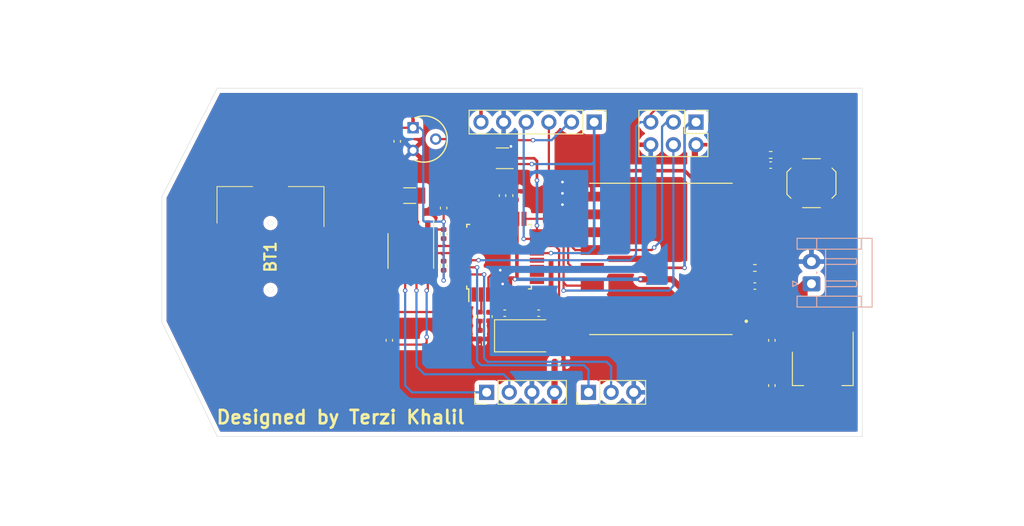
<source format=kicad_pcb>
(kicad_pcb (version 20171130) (host pcbnew "(5.1.10)-1")
  (layers (0 F.Cu signal) (31 B.Cu signal) (34 B.Paste user) (35 F.Paste user) (36 B.SilkS user) (37 F.SilkS user) (38 B.Mask user) (39 F.Mask user) (44 Edge.Cuts user))
  (net 0 "")
  (net 1 XTAL1)
  (net 2 XTAL2)
  (net 3 GND)
  (net 4 +3V3)
  (net 5 "Net-(C3-Pad1)")
  (net 6 +12V)
  (net 7 VBAT)
  (net 8 MISO)
  (net 9 SCK)
  (net 10 MOSI)
  (net 11 RESET)
  (net 12 SS)
  (net 13 SDA)
  (net 14 SCL)
  (net 15 "Net-(R4-Pad2)")
  (net 16 VOUT)
  (net 17 "Net-(U2-Pad2)")
  (net 18 "Net-(U2-Pad3)")
  (net 19 CE)
  (net 20 "Net-(D2-Pad2)")
  (net 21 TX)
  (net 22 RX)
  (net 23 "Net-(R5-Pad1)")
  (net 24 SS1)
  (net 25 MISO1)
  (module Capacitor_SMD:C_0402_1005Metric (layer F.Cu) (at 126.111 100.584 180)
    (fp_text reference C4)
    (fp_text value 22pF)
    (pad 2 smd roundrect (at 0.48 0 180) (size 0.56 0.62) (layers F.Cu F.Paste F.Mask) (net 3 GND))
    (pad 1 smd roundrect (at -0.48 0 180) (size 0.56 0.62) (layers F.Cu F.Paste F.Mask) (net 1 XTAL1))
  )
  (module Capacitor_SMD:C_0402_1005Metric (layer F.Cu) (at 129.921 100.584)
    (fp_text reference C5)
    (fp_text value 22pF)
    (pad 2 smd roundrect (at 0.48 0) (size 0.56 0.62) (layers F.Cu F.Paste F.Mask) (net 3 GND))
    (pad 1 smd roundrect (at -0.48 0) (size 0.56 0.62) (layers F.Cu F.Paste F.Mask) (net 2 XTAL2))
  )
  (module Package_TO_SOT_SMD:SOT-353_SC-70-5 (layer F.Cu) (at 125.857 83.185 180)
    (fp_text reference U6)
    (fp_text value 74AHC1G125)
    (pad 5 smd rect (at 0.95 -0.65 180) (size 0.65 0.4) (layers F.Cu F.Paste F.Mask))
    (pad 4 smd rect (at 0.95 0.65 180) (size 0.65 0.4) (layers F.Cu F.Paste F.Mask) (net 25 MISO1))
    (pad 2 smd rect (at -0.95 0 180) (size 0.65 0.4) (layers F.Cu F.Paste F.Mask) (net 8 MISO))
    (pad 3 smd rect (at -0.95 0.65 180) (size 0.65 0.4) (layers F.Cu F.Paste F.Mask) (net 3 GND))
    (pad 1 smd rect (at -0.95 -0.65 180) (size 0.65 0.4) (layers F.Cu F.Paste F.Mask) (net 24 SS1))
  )
  (module CR1220-2:CR12202 (layer F.Cu) (at 99.822 94.361 90)
    (fp_text reference BT1 (at 0.1 0 90) (layer F.SilkS) (effects (font (size 1.27 1.27) (thickness 0.254))))
    (fp_text value "coin cell" hide)
    (pad 1 smd rect (at -8 0 180) (size 2.3 4) (layers F.Cu F.Paste F.Mask) (net 7 VBAT))
    (pad 2 smd rect (at 8 0 180) (size 2.3 4.4) (layers F.Cu F.Paste F.Mask) (net 3 GND))
    (pad MH1 thru_hole circle (at -3.6 0 180) (size 0.6 0.6) (drill 1.2) (layers *.Cu *.Mask F.SilkS))
    (pad MH2 thru_hole circle (at 3.9 0 180) (size 0.6 0.6) (drill 1.2) (layers *.Cu *.Mask F.SilkS))
  )
  (module Resistor_SMD:R_0402_1005Metric (layer F.Cu) (at 123.317 100.965 270)
    (fp_text reference R5)
    (fp_text value 220)
    (pad 2 smd roundrect (at 0.51 0 270) (size 0.54 0.64) (layers F.Cu F.Paste F.Mask) (net 20 "Net-(D2-Pad2)"))
    (pad 1 smd roundrect (at -0.51 0 270) (size 0.54 0.64) (layers F.Cu F.Paste F.Mask) (net 23 "Net-(R5-Pad1)"))
  )
  (module Connector_PinHeader_2.54mm:PinHeader_1x03_P2.54mm_Vertical (layer F.Cu) (at 135.509 109.474 90)
    (fp_text reference J5)
    (fp_text value UART)
    (pad 3 thru_hole oval (at 0 5.08 90) (size 1.7 1.7) (drill 1) (layers *.Cu *.Mask) (net 3 GND))
    (pad 2 thru_hole oval (at 0 2.54 90) (size 1.7 1.7) (drill 1) (layers *.Cu *.Mask) (net 21 TX))
    (pad 1 thru_hole rect (at 0 0 90) (size 1.7 1.7) (drill 1) (layers *.Cu *.Mask) (net 22 RX))
  )
  (module LED_SMD:LED_0402_1005Metric (layer F.Cu) (at 123.317 102.997 90)
    (fp_text reference D2)
    (fp_text value LED)
    (pad 2 smd roundrect (at 0.485 0 90) (size 0.59 0.64) (layers F.Cu F.Paste F.Mask) (net 20 "Net-(D2-Pad2)"))
    (pad 1 smd roundrect (at -0.485 0 90) (size 0.59 0.64) (layers F.Cu F.Paste F.Mask) (net 3 GND))
  )
  (module Crystal:Crystal_SMD_5032-2Pin_5.0x3.2mm (layer F.Cu) (at 128.016 103.124)
    (fp_text reference 8MHZ1)
    (fp_text value Crystal)
    (pad 1 smd rect (at -1.85 0) (size 2 2.4) (layers F.Cu F.Paste F.Mask) (net 1 XTAL1))
    (pad 2 smd rect (at 1.85 0) (size 2 2.4) (layers F.Cu F.Paste F.Mask) (net 2 XTAL2))
  )
  (module Capacitor_SMD:C_0402_1005Metric (layer F.Cu) (at 132.207 106.045)
    (fp_text reference C1)
    (fp_text value 100nF)
    (pad 1 smd roundrect (at -0.48 0) (size 0.56 0.62) (layers F.Cu F.Paste F.Mask) (net 4 +3V3))
    (pad 2 smd roundrect (at 0.48 0) (size 0.56 0.62) (layers F.Cu F.Paste F.Mask) (net 3 GND))
  )
  (module Capacitor_SMD:C_0402_1005Metric (layer F.Cu) (at 119.253 88.773 270)
    (fp_text reference C2)
    (fp_text value 100nF)
    (pad 2 smd roundrect (at 0.48 0 270) (size 0.56 0.62) (layers F.Cu F.Paste F.Mask) (net 4 +3V3))
    (pad 1 smd roundrect (at -0.48 0 270) (size 0.56 0.62) (layers F.Cu F.Paste F.Mask) (net 3 GND))
  )
  (module Capacitor_SMD:C_0402_1005Metric (layer F.Cu) (at 125.857 87.376 90)
    (fp_text reference C3)
    (fp_text value 100nF)
    (pad 2 smd roundrect (at 0.48 0 90) (size 0.56 0.62) (layers F.Cu F.Paste F.Mask) (net 3 GND))
    (pad 1 smd roundrect (at -0.48 0 90) (size 0.56 0.62) (layers F.Cu F.Paste F.Mask) (net 5 "Net-(C3-Pad1)"))
  )
  (module Capacitor_SMD:C_0402_1005Metric (layer F.Cu) (at 156.083 103.632 90)
    (fp_text reference C6)
    (fp_text value 100nF)
    (pad 1 smd roundrect (at -0.48 0 90) (size 0.56 0.62) (layers F.Cu F.Paste F.Mask) (net 6 +12V))
    (pad 2 smd roundrect (at 0.48 0 90) (size 0.56 0.62) (layers F.Cu F.Paste F.Mask) (net 3 GND))
  )
  (module Capacitor_SMD:C_0402_1005Metric (layer F.Cu) (at 156.083 108.712 90)
    (fp_text reference C7)
    (fp_text value 47uF)
    (pad 1 smd roundrect (at -0.48 0 90) (size 0.56 0.62) (layers F.Cu F.Paste F.Mask) (net 4 +3V3))
    (pad 2 smd roundrect (at 0.48 0 90) (size 0.56 0.62) (layers F.Cu F.Paste F.Mask) (net 3 GND))
  )
  (module Capacitor_SMD:C_0402_1005Metric (layer F.Cu) (at 154.178 97.536)
    (fp_text reference C8)
    (fp_text value 100nF)
    (pad 2 smd roundrect (at 0.48 0) (size 0.56 0.62) (layers F.Cu F.Paste F.Mask) (net 3 GND))
    (pad 1 smd roundrect (at -0.48 0) (size 0.56 0.62) (layers F.Cu F.Paste F.Mask) (net 4 +3V3))
  )
  (module Capacitor_SMD:C_0402_1005Metric (layer F.Cu) (at 124.333 100.965 270)
    (fp_text reference C9)
    (fp_text value 100nF)
    (pad 1 smd roundrect (at -0.48 0 270) (size 0.56 0.62) (layers F.Cu F.Paste F.Mask) (net 4 +3V3))
    (pad 2 smd roundrect (at 0.48 0 270) (size 0.56 0.62) (layers F.Cu F.Paste F.Mask) (net 3 GND))
  )
  (module Capacitor_SMD:C_0402_1005Metric (layer F.Cu) (at 114.046 81.28 270)
    (fp_text reference C10)
    (fp_text value 100nF)
    (pad 2 smd roundrect (at 0.48 0 270) (size 0.56 0.62) (layers F.Cu F.Paste F.Mask) (net 3 GND))
    (pad 1 smd roundrect (at -0.48 0 270) (size 0.56 0.62) (layers F.Cu F.Paste F.Mask) (net 4 +3V3))
  )
  (module Capacitor_SMD:C_0402_1005Metric (layer F.Cu) (at 127.381 87.376 270)
    (fp_text reference C11)
    (fp_text value 100nF)
    (pad 1 smd roundrect (at -0.48 0 270) (size 0.56 0.62) (layers F.Cu F.Paste F.Mask) (net 3 GND))
    (pad 2 smd roundrect (at 0.48 0 270) (size 0.56 0.62) (layers F.Cu F.Paste F.Mask) (net 4 +3V3))
  )
  (module Capacitor_SMD:C_0402_1005Metric (layer F.Cu) (at 113.157 103.632 270)
    (fp_text reference C12)
    (fp_text value 100nF)
    (pad 2 smd roundrect (at 0.48 0 270) (size 0.56 0.62) (layers F.Cu F.Paste F.Mask) (net 7 VBAT))
    (pad 1 smd roundrect (at -0.48 0 270) (size 0.56 0.62) (layers F.Cu F.Paste F.Mask) (net 3 GND))
  )
  (module Capacitor_SMD:C_0402_1005Metric (layer F.Cu) (at 155.956 83.947)
    (fp_text reference C13)
    (fp_text value 100nF)
    (pad 2 smd roundrect (at 0.48 0) (size 0.56 0.62) (layers F.Cu F.Paste F.Mask) (net 3 GND))
    (pad 1 smd roundrect (at -0.48 0) (size 0.56 0.62) (layers F.Cu F.Paste F.Mask) (net 4 +3V3))
  )
  (module Connector_PinHeader_2.54mm:PinHeader_2x03_P2.54mm_Vertical (layer F.Cu) (at 147.574 79.121 270)
    (fp_text reference J1)
    (fp_text value AVR)
    (pad 1 thru_hole rect (at 0 0 270) (size 1.7 1.7) (drill 1) (layers *.Cu *.Mask) (net 8 MISO))
    (pad 2 thru_hole oval (at 2.54 0 270) (size 1.7 1.7) (drill 1) (layers *.Cu *.Mask) (net 4 +3V3))
    (pad 3 thru_hole oval (at 0 2.54 270) (size 1.7 1.7) (drill 1) (layers *.Cu *.Mask) (net 9 SCK))
    (pad 4 thru_hole oval (at 2.54 2.54 270) (size 1.7 1.7) (drill 1) (layers *.Cu *.Mask) (net 10 MOSI))
    (pad 5 thru_hole oval (at 0 5.08 270) (size 1.7 1.7) (drill 1) (layers *.Cu *.Mask) (net 11 RESET))
    (pad 6 thru_hole oval (at 2.54 5.08 270) (size 1.7 1.7) (drill 1) (layers *.Cu *.Mask) (net 3 GND))
  )
  (module Connector_PinHeader_2.54mm:PinHeader_1x06_P2.54mm_Vertical (layer F.Cu) (at 136.144 79.121 270)
    (fp_text reference J2)
    (fp_text value SPI)
    (pad 1 thru_hole rect (at 0 0 270) (size 1.7 1.7) (drill 1) (layers *.Cu *.Mask) (net 24 SS1))
    (pad 2 thru_hole oval (at 0 2.54 270) (size 1.7 1.7) (drill 1) (layers *.Cu *.Mask) (net 25 MISO1))
    (pad 3 thru_hole oval (at 0 5.08 270) (size 1.7 1.7) (drill 1) (layers *.Cu *.Mask) (net 9 SCK))
    (pad 4 thru_hole oval (at 0 7.62 270) (size 1.7 1.7) (drill 1) (layers *.Cu *.Mask) (net 10 MOSI))
    (pad 5 thru_hole oval (at 0 10.16 270) (size 1.7 1.7) (drill 1) (layers *.Cu *.Mask) (net 3 GND))
    (pad 6 thru_hole oval (at 0 12.7 270) (size 1.7 1.7) (drill 1) (layers *.Cu *.Mask) (net 4 +3V3))
  )
  (module Connector_PinHeader_2.54mm:PinHeader_1x04_P2.54mm_Vertical (layer F.Cu) (at 124.079 109.474 90)
    (fp_text reference J3)
    (fp_text value I2C)
    (pad 1 thru_hole rect (at 0 0 90) (size 1.7 1.7) (drill 1) (layers *.Cu *.Mask) (net 13 SDA))
    (pad 2 thru_hole oval (at 0 2.54 90) (size 1.7 1.7) (drill 1) (layers *.Cu *.Mask) (net 14 SCL))
    (pad 3 thru_hole oval (at 0 5.08 90) (size 1.7 1.7) (drill 1) (layers *.Cu *.Mask) (net 3 GND))
    (pad 4 thru_hole oval (at 0 7.62 90) (size 1.7 1.7) (drill 1) (layers *.Cu *.Mask) (net 4 +3V3))
  )
  (module Connector_JST:JST_EH_S2B-EH_1x02_P2.50mm_Horizontal (layer B.Cu) (at 160.528 97.282 90)
    (fp_text reference J4)
    (fp_text value Conn_01x02_Male)
    (pad 1 thru_hole roundrect (at 0 0 90) (size 1.7 2) (drill 1) (layers *.Cu *.Mask) (roundrect_rratio 0.1470588235294118) (net 6 +12V))
    (pad 2 thru_hole oval (at 2.5 0 90) (size 1.7 2) (drill 1) (layers *.Cu *.Mask) (net 3 GND))
  )
  (module Resistor_SMD:R_0402_1005Metric (layer F.Cu) (at 155.956 82.804)
    (fp_text reference R1)
    (fp_text value 10K)
    (pad 2 smd roundrect (at 0.51 0) (size 0.54 0.64) (layers F.Cu F.Paste F.Mask) (net 11 RESET))
    (pad 1 smd roundrect (at -0.51 0) (size 0.54 0.64) (layers F.Cu F.Paste F.Mask) (net 4 +3V3))
  )
  (module Resistor_SMD:R_0402_1005Metric (layer F.Cu) (at 119.253 95.25 270)
    (fp_text reference R2)
    (fp_text value 4.7k)
    (pad 1 smd roundrect (at -0.51 0 270) (size 0.54 0.64) (layers F.Cu F.Paste F.Mask) (net 14 SCL))
    (pad 2 smd roundrect (at 0.51 0 270) (size 0.54 0.64) (layers F.Cu F.Paste F.Mask) (net 4 +3V3))
  )
  (module Resistor_SMD:R_0402_1005Metric (layer F.Cu) (at 119.253 91.694 90)
    (fp_text reference R3)
    (fp_text value 4.7k)
    (pad 2 smd roundrect (at 0.51 0 90) (size 0.54 0.64) (layers F.Cu F.Paste F.Mask) (net 4 +3V3))
    (pad 1 smd roundrect (at -0.51 0 90) (size 0.54 0.64) (layers F.Cu F.Paste F.Mask) (net 13 SDA))
  )
  (module Resistor_SMD:R_0402_1005Metric (layer F.Cu) (at 154.178 95.504 180)
    (fp_text reference R4)
    (fp_text value 1k)
    (pad 1 smd roundrect (at -0.51 0 180) (size 0.54 0.64) (layers F.Cu F.Paste F.Mask) (net 3 GND))
    (pad 2 smd roundrect (at 0.51 0 180) (size 0.54 0.64) (layers F.Cu F.Paste F.Mask) (net 15 "Net-(R4-Pad2)"))
  )
  (module Button_Switch_SMD:SW_SPST_TL3342 (layer F.Cu) (at 160.528 85.979 90)
    (fp_text reference SW1)
    (fp_text value SW_Push_Dual_x2)
    (pad 1 smd rect (at -3.15 -1.9 90) (size 1.7 1) (layers F.Cu F.Paste F.Mask) (net 11 RESET))
    (pad 1 smd rect (at 3.15 -1.9 90) (size 1.7 1) (layers F.Cu F.Paste F.Mask) (net 11 RESET))
    (pad 2 smd rect (at -3.15 1.9 90) (size 1.7 1) (layers F.Cu F.Paste F.Mask) (net 3 GND))
    (pad 2 smd rect (at 3.15 1.9 90) (size 1.7 1) (layers F.Cu F.Paste F.Mask) (net 3 GND))
  )
  (module footprint2:TO127P254X533-3P (layer F.Cu) (at 118.364 82.296 270)
    (fp_text reference U1)
    (fp_text value TMP35GT9Z)
    (pad 1 thru_hole rect (at -2.54 2.54 270) (size 1.27 1.27) (drill 0.762) (layers *.Cu *.Mask) (net 4 +3V3))
    (pad 2 thru_hole circle (at -1.27 0 270) (size 1.27 1.27) (drill 0.762) (layers *.Cu *.Mask) (net 16 VOUT))
    (pad 3 thru_hole circle (at 0 2.54 270) (size 1.27 1.27) (drill 0.762) (layers *.Cu *.Mask) (net 3 GND))
  )
  (module Package_SO:SOIC-8_3.9x4.9mm_P1.27mm (layer F.Cu) (at 115.57 93.599 270)
    (fp_text reference U2)
    (fp_text value DS1302Z+)
    (pad 1 smd roundrect (at -2.475 -1.905 270) (size 1.95 0.6) (layers F.Cu F.Paste F.Mask) (net 4 +3V3))
    (pad 2 smd roundrect (at -2.475 -0.635 270) (size 1.95 0.6) (layers F.Cu F.Paste F.Mask) (net 17 "Net-(U2-Pad2)"))
    (pad 3 smd roundrect (at -2.475 0.635 270) (size 1.95 0.6) (layers F.Cu F.Paste F.Mask) (net 18 "Net-(U2-Pad3)"))
    (pad 4 smd roundrect (at -2.475 1.905 270) (size 1.95 0.6) (layers F.Cu F.Paste F.Mask) (net 3 GND))
    (pad 5 smd roundrect (at 2.475 1.905 270) (size 1.95 0.6) (layers F.Cu F.Paste F.Mask) (net 19 CE))
    (pad 6 smd roundrect (at 2.475 0.635 270) (size 1.95 0.6) (layers F.Cu F.Paste F.Mask) (net 13 SDA))
    (pad 7 smd roundrect (at 2.475 -0.635 270) (size 1.95 0.6) (layers F.Cu F.Paste F.Mask) (net 14 SCL))
    (pad 8 smd roundrect (at 2.475 -1.905 270) (size 1.95 0.6) (layers F.Cu F.Paste F.Mask) (net 7 VBAT))
  )
  (module footprint:MODULE_RA-02_LORA (layer F.Cu) (at 143.637 94.488 180)
    (fp_text reference U3)
    (fp_text value RA-02_LORA)
    (pad 1 smd rect (at -7.6 -7 180) (size 2.8 1.1) (layers F.Cu F.Paste F.Mask) (net 3 GND))
    (pad 2 smd rect (at -7.7 -5 180) (size 2.6 1.1) (layers F.Cu F.Paste F.Mask) (net 3 GND))
    (pad 3 smd rect (at -7.7 -3 180) (size 2.6 1.1) (layers F.Cu F.Paste F.Mask) (net 4 +3V3))
    (pad 4 smd rect (at -7.7 -1 180) (size 2.6 1.1) (layers F.Cu F.Paste F.Mask) (net 15 "Net-(R4-Pad2)"))
    (pad 5 smd rect (at -7.7 1 180) (size 2.6 1.1) (layers F.Cu F.Paste F.Mask))
    (pad 6 smd rect (at -7.7 3 180) (size 2.6 1.1) (layers F.Cu F.Paste F.Mask))
    (pad 7 smd rect (at -7.7 5 180) (size 2.6 1.1) (layers F.Cu F.Paste F.Mask))
    (pad 8 smd rect (at -7.7 7 180) (size 2.6 1.1) (layers F.Cu F.Paste F.Mask))
    (pad 9 smd rect (at 7.7 7 180) (size 2.6 1.1) (layers F.Cu F.Paste F.Mask) (net 3 GND))
    (pad 10 smd rect (at 7.7 5 180) (size 2.6 1.1) (layers F.Cu F.Paste F.Mask))
    (pad 11 smd rect (at 7.7 3 180) (size 2.6 1.1) (layers F.Cu F.Paste F.Mask))
    (pad 12 smd rect (at 7.7 1 180) (size 2.6 1.1) (layers F.Cu F.Paste F.Mask) (net 9 SCK))
    (pad 13 smd rect (at 7.7 -1 180) (size 2.6 1.1) (layers F.Cu F.Paste F.Mask) (net 8 MISO))
    (pad 14 smd rect (at 7.7 -3 180) (size 2.6 1.1) (layers F.Cu F.Paste F.Mask) (net 10 MOSI))
    (pad 15 smd rect (at 7.7 -5 180) (size 2.6 1.1) (layers F.Cu F.Paste F.Mask) (net 12 SS))
    (pad 16 smd rect (at 7.7 -7 180) (size 2.6 1.1) (layers F.Cu F.Paste F.Mask) (net 3 GND))
  )
  (module Package_TO_SOT_SMD:SOT-223-3_TabPin2 (layer F.Cu) (at 161.798 106.807 270)
    (fp_text reference U4)
    (fp_text value AMS1117-3.3)
    (pad 2 smd rect (at 3.15 0 270) (size 2 3.8) (layers F.Cu F.Paste F.Mask) (net 4 +3V3))
    (pad 2 smd rect (at -3.15 0 270) (size 2 1.5) (layers F.Cu F.Paste F.Mask) (net 4 +3V3))
    (pad 3 smd rect (at -3.15 2.3 270) (size 2 1.5) (layers F.Cu F.Paste F.Mask) (net 6 +12V))
    (pad 1 smd rect (at -3.15 -2.3 270) (size 2 1.5) (layers F.Cu F.Paste F.Mask) (net 3 GND))
  )
  (module Package_QFP:TQFP-32_7x7mm_P0.8mm (layer F.Cu) (at 125.476 94.234 90)
    (fp_text reference U5)
    (fp_text value ATmega328P-AU)
    (pad 1 smd rect (at -4.25 -2.8 90) (size 1.6 0.55) (layers F.Cu F.Paste F.Mask))
    (pad 2 smd rect (at -4.25 -2 90) (size 1.6 0.55) (layers F.Cu F.Paste F.Mask) (net 23 "Net-(R5-Pad1)"))
    (pad 3 smd rect (at -4.25 -1.2 90) (size 1.6 0.55) (layers F.Cu F.Paste F.Mask) (net 3 GND))
    (pad 4 smd rect (at -4.25 -0.4 90) (size 1.6 0.55) (layers F.Cu F.Paste F.Mask) (net 4 +3V3))
    (pad 5 smd rect (at -4.25 0.4 90) (size 1.6 0.55) (layers F.Cu F.Paste F.Mask) (net 3 GND))
    (pad 6 smd rect (at -4.25 1.2 90) (size 1.6 0.55) (layers F.Cu F.Paste F.Mask) (net 4 +3V3))
    (pad 7 smd rect (at -4.25 2 90) (size 1.6 0.55) (layers F.Cu F.Paste F.Mask) (net 1 XTAL1))
    (pad 8 smd rect (at -4.25 2.8 90) (size 1.6 0.55) (layers F.Cu F.Paste F.Mask) (net 2 XTAL2))
    (pad 9 smd rect (at -2.8 4.25 180) (size 1.6 0.55) (layers F.Cu F.Paste F.Mask))
    (pad 10 smd rect (at -2 4.25 180) (size 1.6 0.55) (layers F.Cu F.Paste F.Mask))
    (pad 11 smd rect (at -1.2 4.25 180) (size 1.6 0.55) (layers F.Cu F.Paste F.Mask))
    (pad 12 smd rect (at -0.4 4.25 180) (size 1.6 0.55) (layers F.Cu F.Paste F.Mask))
    (pad 13 smd rect (at 0.4 4.25 180) (size 1.6 0.55) (layers F.Cu F.Paste F.Mask) (net 24 SS1))
    (pad 14 smd rect (at 1.2 4.25 180) (size 1.6 0.55) (layers F.Cu F.Paste F.Mask) (net 12 SS))
    (pad 15 smd rect (at 2 4.25 180) (size 1.6 0.55) (layers F.Cu F.Paste F.Mask) (net 10 MOSI))
    (pad 16 smd rect (at 2.8 4.25 180) (size 1.6 0.55) (layers F.Cu F.Paste F.Mask) (net 8 MISO))
    (pad 17 smd rect (at 4.25 2.8 90) (size 1.6 0.55) (layers F.Cu F.Paste F.Mask) (net 9 SCK))
    (pad 18 smd rect (at 4.25 2 90) (size 1.6 0.55) (layers F.Cu F.Paste F.Mask) (net 4 +3V3))
    (pad 19 smd rect (at 4.25 1.2 90) (size 1.6 0.55) (layers F.Cu F.Paste F.Mask))
    (pad 20 smd rect (at 4.25 0.4 90) (size 1.6 0.55) (layers F.Cu F.Paste F.Mask) (net 5 "Net-(C3-Pad1)"))
    (pad 21 smd rect (at 4.25 -0.4 90) (size 1.6 0.55) (layers F.Cu F.Paste F.Mask) (net 3 GND))
    (pad 22 smd rect (at 4.25 -1.2 90) (size 1.6 0.55) (layers F.Cu F.Paste F.Mask))
    (pad 23 smd rect (at 4.25 -2 90) (size 1.6 0.55) (layers F.Cu F.Paste F.Mask) (net 16 VOUT))
    (pad 24 smd rect (at 4.25 -2.8 90) (size 1.6 0.55) (layers F.Cu F.Paste F.Mask))
    (pad 25 smd rect (at 2.8 -4.25 180) (size 1.6 0.55) (layers F.Cu F.Paste F.Mask))
    (pad 26 smd rect (at 2 -4.25 180) (size 1.6 0.55) (layers F.Cu F.Paste F.Mask))
    (pad 27 smd rect (at 1.2 -4.25 180) (size 1.6 0.55) (layers F.Cu F.Paste F.Mask) (net 13 SDA))
    (pad 28 smd rect (at 0.4 -4.25 180) (size 1.6 0.55) (layers F.Cu F.Paste F.Mask) (net 14 SCL))
    (pad 29 smd rect (at -0.4 -4.25 180) (size 1.6 0.55) (layers F.Cu F.Paste F.Mask) (net 11 RESET))
    (pad 30 smd rect (at -1.2 -4.25 180) (size 1.6 0.55) (layers F.Cu F.Paste F.Mask) (net 22 RX))
    (pad 31 smd rect (at -2 -4.25 180) (size 1.6 0.55) (layers F.Cu F.Paste F.Mask) (net 21 TX))
    (pad 32 smd rect (at -2.8 -4.25 180) (size 1.6 0.55) (layers F.Cu F.Paste F.Mask) (net 19 CE))
  )
  (module Crystal:Crystal_SMD_3215-2Pin_3.2x1.5mm (layer F.Cu) (at 115.443 87.376 180)
    (fp_text reference Y1)
    (fp_text value 32.768kHZ)
    (pad 1 smd rect (at 1.25 0 180) (size 1 1.8) (layers F.Cu F.Paste F.Mask) (net 18 "Net-(U2-Pad3)"))
    (pad 2 smd rect (at -1.25 0 180) (size 1 1.8) (layers F.Cu F.Paste F.Mask) (net 17 "Net-(U2-Pad2)"))
  )
  (gr_text "Designed by Terzi Khalil" (at 107.696 112.268) (layer F.SilkS) (effects (font (size 1.5 1.5) (thickness 0.3))))
  (gr_line (start 166.243 75.311) (end 166.243 114.427) (layer Edge.Cuts) (width 0.05))
  (gr_line (start 93.853 75.311) (end 166.243 75.311) (layer Edge.Cuts) (width 0.05))
  (gr_line (start 87.63 87.503) (end 93.853 75.311) (layer Edge.Cuts) (width 0.05))
  (gr_line (start 87.63 101.6) (end 87.63 87.503) (layer Edge.Cuts) (width 0.05))
  (gr_line (start 93.853 114.427) (end 87.63 101.6) (layer Edge.Cuts) (width 0.05))
  (gr_line (start 166.243 114.427) (end 93.853 114.427) (layer Edge.Cuts) (width 0.05))
  (segment (start 126.431 102.859) (end 126.431 100.584) (width 0.25) (layer F.Cu) (net 1))
  (segment (start 126.166 103.124) (end 126.431 102.859) (width 0.25) (layer F.Cu) (net 1))
  (segment (start 126.431 100.584) (end 127.127 100.584) (width 0.25) (layer F.Cu) (net 1))
  (segment (start 127.476 100.235) (end 127.476 98.484) (width 0.25) (layer F.Cu) (net 1))
  (segment (start 127.127 100.584) (end 127.476 100.235) (width 0.25) (layer F.Cu) (net 1))
  (segment (start 129.601 102.859) (end 129.601 100.584) (width 0.25) (layer F.Cu) (net 2))
  (segment (start 129.866 103.124) (end 129.601 102.859) (width 0.25) (layer F.Cu) (net 2))
  (segment (start 129.601 100.584) (end 128.651 100.584) (width 0.25) (layer F.Cu) (net 2))
  (segment (start 128.276 100.209) (end 128.276 98.484) (width 0.25) (layer F.Cu) (net 2))
  (segment (start 128.651 100.584) (end 128.276 100.209) (width 0.25) (layer F.Cu) (net 2))
  (segment (start 140.589 109.347) (end 140.589 109.474) (width 0.7) (layer F.Cu) (net 3))
  (segment (start 125.984 79.375) (end 125.984 79.121) (width 0.7) (layer F.Cu) (net 3))
  (segment (start 129.159 109.601) (end 129.159 109.474) (width 0.7) (layer F.Cu) (net 3))
  (segment (start 151.237 101.366) (end 151.237 101.488) (width 0.7) (layer F.Cu) (net 3))
  (segment (start 140.97 109.474) (end 140.589 109.474) (width 0.7) (layer F.Cu) (net 3))
  (segment (start 125.076 89.984) (end 125.076 88.5) (width 0.25) (layer F.Cu) (net 3))
  (segment (start 125.076 88.5) (end 124.841 88.265) (width 0.25) (layer F.Cu) (net 3))
  (segment (start 124.841 88.265) (end 124.714 88.138) (width 0.25) (layer F.Cu) (net 3))
  (segment (start 124.714 88.138) (end 124.714 87.63) (width 0.25) (layer F.Cu) (net 3))
  (segment (start 125.876 100.499) (end 125.791 100.584) (width 0.25) (layer F.Cu) (net 3))
  (segment (start 125.876 98.484) (end 125.876 100.499) (width 0.25) (layer F.Cu) (net 3))
  (segment (start 125.876 98.484) (end 125.876 97.301) (width 0.25) (layer F.Cu) (net 3))
  (segment (start 125.876 97.301) (end 125.876 97.301) (width 0.25) (layer F.Cu) (net 3))
  (via (at 125.876 97.301) (size 0.5) (drill 0.3) (layers F.Cu B.Cu) (net 3))
  (segment (start 124.276 98.484) (end 124.276 96.577) (width 0.25) (layer F.Cu) (net 3))
  (segment (start 124.276 96.577) (end 125.095 95.758) (width 0.25) (layer F.Cu) (net 3))
  (segment (start 125.095 95.758) (end 125.603 95.758) (width 0.25) (layer F.Cu) (net 3))
  (segment (start 125.603 95.758) (end 125.603 95.758) (width 0.25) (layer F.Cu) (net 3))
  (via (at 125.603 95.758) (size 0.5) (drill 0.3) (layers F.Cu B.Cu) (net 3))
  (segment (start 124.333 101.445) (end 125.504 101.445) (width 0.25) (layer F.Cu) (net 3))
  (segment (start 125.791 101.158) (end 125.791 100.584) (width 0.25) (layer F.Cu) (net 3))
  (segment (start 125.504 101.445) (end 125.791 101.158) (width 0.25) (layer F.Cu) (net 3))
  (segment (start 125.791 100.584) (end 125.791 100.904) (width 0.25) (layer F.Cu) (net 3))
  (segment (start 130.241 100.584) (end 130.241 99.761) (width 0.25) (layer F.Cu) (net 3))
  (segment (start 130.241 99.761) (end 130.302 99.7) (width 0.25) (layer F.Cu) (net 3))
  (segment (start 126.807 82.535) (end 126.807 81.849) (width 0.3) (layer F.Cu) (net 3))
  (segment (start 126.807 81.849) (end 126.807 81.849) (width 0.3) (layer F.Cu) (net 3))
  (via (at 126.807 81.849) (size 0.5) (drill 0.3) (layers F.Cu B.Cu) (net 3))
  (segment (start 125.076 89.984) (end 125.076 91.802) (width 0.3) (layer F.Cu) (net 3))
  (segment (start 125.076 91.802) (end 125.222 91.948) (width 0.3) (layer F.Cu) (net 3))
  (via (at 132.588 85.852) (size 0.5) (drill 0.3) (layers F.Cu B.Cu) (net 3))
  (via (at 132.588 87.122) (size 0.5) (drill 0.3) (layers F.Cu B.Cu) (net 3))
  (via (at 132.588 88.392) (size 0.5) (drill 0.3) (layers F.Cu B.Cu) (net 3))
  (segment (start 117.535 91.184) (end 117.475 91.124) (width 0.25) (layer F.Cu) (net 4))
  (segment (start 119.253 91.184) (end 117.535 91.184) (width 0.25) (layer F.Cu) (net 4))
  (segment (start 119.253 95.76) (end 119.253 96.901) (width 0.25) (layer F.Cu) (net 4))
  (segment (start 119.253 96.901) (end 119.253 96.901) (width 0.25) (layer F.Cu) (net 4))
  (via (at 119.253 96.901) (size 0.5) (drill 0.3) (layers F.Cu B.Cu) (net 4))
  (segment (start 119.253 96.901) (end 119.253 90.551) (width 0.25) (layer B.Cu) (net 4))
  (segment (start 119.253 90.551) (end 119.253 90.297) (width 0.25) (layer B.Cu) (net 4))
  (segment (start 119.253 90.297) (end 119.253 90.297) (width 0.25) (layer B.Cu) (net 4))
  (via (at 119.253 90.297) (size 0.5) (drill 0.3) (layers F.Cu B.Cu) (net 4))
  (segment (start 119.253 90.297) (end 119.253 91.184) (width 0.25) (layer F.Cu) (net 4))
  (segment (start 124.333 100.485) (end 124.94 100.485) (width 0.25) (layer F.Cu) (net 4))
  (segment (start 125.076 100.349) (end 125.076 98.484) (width 0.25) (layer F.Cu) (net 4))
  (segment (start 126.676 98.484) (end 126.676 96.831) (width 0.25) (layer F.Cu) (net 4))
  (segment (start 126.676 96.831) (end 126.492 96.647) (width 0.25) (layer F.Cu) (net 4))
  (segment (start 155.476 82.834) (end 155.446 82.804) (width 0.25) (layer F.Cu) (net 4))
  (segment (start 155.476 83.947) (end 155.476 82.834) (width 0.25) (layer F.Cu) (net 4))
  (segment (start 127.476 87.951) (end 127.381 87.856) (width 0.25) (layer F.Cu) (net 4))
  (segment (start 127.476 89.984) (end 127.476 87.951) (width 0.25) (layer F.Cu) (net 4))
  (segment (start 153.65 97.488) (end 153.698 97.536) (width 0.25) (layer F.Cu) (net 4))
  (segment (start 151.337 97.488) (end 153.65 97.488) (width 0.25) (layer F.Cu) (net 4))
  (segment (start 119.253 89.253) (end 119.253 90.297) (width 0.25) (layer F.Cu) (net 4))
  (segment (start 114.046 80.8) (end 114.046 79.883) (width 0.25) (layer F.Cu) (net 4))
  (segment (start 114.173 79.756) (end 115.824 79.756) (width 0.25) (layer F.Cu) (net 4))
  (segment (start 114.046 79.883) (end 114.173 79.756) (width 0.25) (layer F.Cu) (net 4))
  (segment (start 131.572 109.347) (end 131.699 109.474) (width 0.7) (layer F.Cu) (net 4))
  (segment (start 123.444 78.994) (end 123.444 79.121) (width 0.7) (layer F.Cu) (net 4))
  (segment (start 147.701 81.661) (end 147.574 81.661) (width 0.7) (layer F.Cu) (net 4))
  (segment (start 161.798 109.957) (end 161.798 109.347) (width 0.7) (layer F.Cu) (net 4))
  (segment (start 161.798 106.426) (end 161.798 103.657) (width 0.9) (layer F.Cu) (net 4))
  (segment (start 161.798 109.347) (end 161.798 106.426) (width 0.9) (layer F.Cu) (net 4))
  (segment (start 131.699 109.474) (end 131.699 106.073) (width 0.7) (layer F.Cu) (net 4))
  (segment (start 131.727 106.045) (end 131.699 106.073) (width 0.7) (layer F.Cu) (net 4))
  (segment (start 161.798 109.957) (end 161.798 112.268) (width 0.7) (layer F.Cu) (net 4))
  (segment (start 161.798 112.268) (end 161.29 112.776) (width 0.7) (layer F.Cu) (net 4))
  (segment (start 131.699 112.395) (end 131.699 109.474) (width 0.7) (layer F.Cu) (net 4))
  (segment (start 132.08 112.776) (end 131.699 112.395) (width 0.7) (layer F.Cu) (net 4))
  (segment (start 150.749 112.776) (end 148.209 112.776) (width 0.7) (layer F.Cu) (net 4))
  (segment (start 161.29 112.776) (end 150.749 112.776) (width 0.7) (layer F.Cu) (net 4))
  (segment (start 150.749 112.776) (end 132.08 112.776) (width 0.7) (layer F.Cu) (net 4))
  (segment (start 148.209 112.776) (end 147.447 112.014) (width 0.7) (layer F.Cu) (net 4))
  (segment (start 148.542 97.488) (end 147.447 96.393) (width 0.7) (layer F.Cu) (net 4))
  (segment (start 151.337 97.488) (end 148.542 97.488) (width 0.7) (layer F.Cu) (net 4))
  (segment (start 161.033 109.192) (end 161.798 109.957) (width 0.7) (layer F.Cu) (net 4))
  (segment (start 156.083 109.192) (end 161.033 109.192) (width 0.7) (layer F.Cu) (net 4))
  (segment (start 147.447 99.06) (end 147.193 99.06) (width 0.7) (layer F.Cu) (net 4))
  (segment (start 147.447 112.014) (end 147.447 99.06) (width 0.7) (layer F.Cu) (net 4))
  (segment (start 147.447 99.06) (end 147.447 96.393) (width 0.7) (layer F.Cu) (net 4))
  (segment (start 147.193 99.06) (end 144.907 96.774) (width 0.7) (layer F.Cu) (net 4))
  (segment (start 144.907 96.774) (end 141.351 96.774) (width 0.7) (layer F.Cu) (net 4))
  (segment (start 141.351 96.774) (end 141.351 96.774) (width 0.7) (layer F.Cu) (net 4))
  (via (at 141.351 96.774) (size 0.5) (drill 0.3) (layers F.Cu B.Cu) (net 4))
  (segment (start 141.351 96.774) (end 127.254 96.774) (width 0.4) (layer B.Cu) (net 4))
  (segment (start 127.254 96.774) (end 127.254 96.774) (width 0.4) (layer B.Cu) (net 4))
  (via (at 127.254 96.774) (size 0.5) (drill 0.3) (layers F.Cu B.Cu) (net 4))
  (segment (start 127.127 96.647) (end 127.254 96.774) (width 0.4) (layer F.Cu) (net 4))
  (segment (start 125.984 96.647) (end 125.222 96.647) (width 0.25) (layer F.Cu) (net 4))
  (segment (start 126.238 96.647) (end 125.222 96.647) (width 0.4) (layer F.Cu) (net 4))
  (segment (start 126.492 96.647) (end 126.238 96.647) (width 0.25) (layer F.Cu) (net 4))
  (segment (start 126.238 96.647) (end 125.984 96.647) (width 0.25) (layer F.Cu) (net 4))
  (segment (start 125.222 96.647) (end 125.076 96.793) (width 0.4) (layer F.Cu) (net 4))
  (segment (start 125.076 96.793) (end 125.076 98.484) (width 0.4) (layer F.Cu) (net 4))
  (segment (start 126.746 96.647) (end 126.746 98.414) (width 0.4) (layer F.Cu) (net 4))
  (segment (start 126.746 98.414) (end 126.676 98.484) (width 0.4) (layer F.Cu) (net 4))
  (segment (start 125.984 96.647) (end 126.746 96.647) (width 0.4) (layer F.Cu) (net 4))
  (segment (start 126.746 96.647) (end 127.127 96.647) (width 0.4) (layer F.Cu) (net 4))
  (segment (start 127.476 96.552) (end 127.254 96.774) (width 0.4) (layer F.Cu) (net 4))
  (segment (start 127.476 89.984) (end 127.476 96.552) (width 0.4) (layer F.Cu) (net 4))
  (segment (start 147.574 81.661) (end 154.94 81.661) (width 0.4) (layer F.Cu) (net 4))
  (segment (start 155.446 82.167) (end 155.446 82.804) (width 0.4) (layer F.Cu) (net 4))
  (segment (start 154.94 81.661) (end 155.446 82.167) (width 0.4) (layer F.Cu) (net 4))
  (segment (start 147.574 81.661) (end 147.447 81.788) (width 0.4) (layer F.Cu) (net 4))
  (segment (start 147.447 86.741) (end 147.447 85.725) (width 0.4) (layer F.Cu) (net 4))
  (segment (start 147.447 96.393) (end 147.447 86.741) (width 0.7) (layer F.Cu) (net 4))
  (segment (start 147.447 86.741) (end 147.447 81.788) (width 0.7) (layer F.Cu) (net 4))
  (segment (start 147.447 85.725) (end 146.304 84.582) (width 0.4) (layer F.Cu) (net 4))
  (segment (start 146.304 84.582) (end 139.7 84.582) (width 0.4) (layer F.Cu) (net 4))
  (segment (start 139.7 84.582) (end 139.192 84.074) (width 0.4) (layer F.Cu) (net 4))
  (segment (start 139.192 84.074) (end 139.192 77.343) (width 0.4) (layer F.Cu) (net 4))
  (segment (start 139.192 77.343) (end 138.684 76.835) (width 0.4) (layer F.Cu) (net 4))
  (segment (start 123.444 77.343) (end 123.444 79.121) (width 0.4) (layer F.Cu) (net 4))
  (segment (start 123.952 76.835) (end 123.444 77.343) (width 0.4) (layer F.Cu) (net 4))
  (segment (start 124.333 76.835) (end 116.459 76.835) (width 0.4) (layer F.Cu) (net 4))
  (segment (start 138.684 76.835) (end 124.333 76.835) (width 0.4) (layer F.Cu) (net 4))
  (segment (start 124.333 76.835) (end 123.952 76.835) (width 0.4) (layer F.Cu) (net 4))
  (segment (start 115.824 77.47) (end 115.824 79.756) (width 0.4) (layer F.Cu) (net 4))
  (segment (start 116.459 76.835) (end 115.824 77.47) (width 0.4) (layer F.Cu) (net 4))
  (segment (start 119.253 90.297) (end 117.094 90.297) (width 0.25) (layer B.Cu) (net 4))
  (segment (start 117.094 90.297) (end 116.967 90.17) (width 0.25) (layer B.Cu) (net 4))
  (segment (start 116.967 90.17) (end 116.967 80.137) (width 0.25) (layer B.Cu) (net 4))
  (segment (start 116.586 79.756) (end 115.824 79.756) (width 0.25) (layer B.Cu) (net 4))
  (segment (start 116.967 80.137) (end 116.586 79.756) (width 0.25) (layer B.Cu) (net 4))
  (segment (start 124.94 100.485) (end 125.076 100.349) (width 0.25) (layer F.Cu) (net 4))
  (segment (start 125.876 87.875) (end 125.857 87.856) (width 0.25) (layer F.Cu) (net 5))
  (segment (start 125.876 89.984) (end 125.876 87.875) (width 0.25) (layer F.Cu) (net 5))
  (segment (start 160.528 97.282) (end 160.02 97.282) (width 1.2) (layer F.Cu) (net 6))
  (segment (start 159.498 97.804) (end 159.498 103.657) (width 1.2) (layer F.Cu) (net 6))
  (segment (start 160.02 97.282) (end 159.498 97.804) (width 1.2) (layer F.Cu) (net 6))
  (segment (start 159.043 104.112) (end 159.498 103.657) (width 0.7) (layer F.Cu) (net 6))
  (segment (start 156.083 104.112) (end 159.043 104.112) (width 0.7) (layer F.Cu) (net 6))
  (segment (start 113.191 104.146) (end 113.157 104.112) (width 0.4) (layer F.Cu) (net 7))
  (segment (start 113.157 104.112) (end 117.122 104.112) (width 0.25) (layer F.Cu) (net 7))
  (segment (start 117.122 104.112) (end 117.348 103.886) (width 0.25) (layer F.Cu) (net 7))
  (segment (start 117.348 103.886) (end 117.348 103.251) (width 0.25) (layer F.Cu) (net 7))
  (segment (start 117.348 103.251) (end 117.348 103.251) (width 0.25) (layer F.Cu) (net 7))
  (via (at 117.348 103.251) (size 0.5) (drill 0.3) (layers F.Cu B.Cu) (net 7))
  (segment (start 117.348 103.251) (end 117.348 98.044) (width 0.25) (layer B.Cu) (net 7))
  (segment (start 117.348 98.044) (end 117.348 98.044) (width 0.25) (layer B.Cu) (net 7))
  (via (at 117.348 98.044) (size 0.5) (drill 0.3) (layers F.Cu B.Cu) (net 7))
  (segment (start 117.475 97.917) (end 117.348 98.044) (width 0.25) (layer F.Cu) (net 7))
  (segment (start 117.475 96.074) (end 117.475 97.917) (width 0.25) (layer F.Cu) (net 7))
  (segment (start 99.822 106.553) (end 99.822 102.361) (width 0.4) (layer F.Cu) (net 7))
  (segment (start 100.176 106.907) (end 99.822 106.553) (width 0.4) (layer F.Cu) (net 7))
  (segment (start 112.549 106.907) (end 100.176 106.907) (width 0.4) (layer F.Cu) (net 7))
  (segment (start 113.157 106.299) (end 112.549 106.907) (width 0.4) (layer F.Cu) (net 7))
  (segment (start 113.157 104.112) (end 113.157 106.299) (width 0.4) (layer F.Cu) (net 7))
  (segment (start 129.726 91.434) (end 132.963 91.434) (width 0.25) (layer F.Cu) (net 8))
  (segment (start 132.963 91.434) (end 133.223 91.694) (width 0.25) (layer F.Cu) (net 8))
  (segment (start 133.223 91.694) (end 133.223 94.996) (width 0.25) (layer F.Cu) (net 8))
  (segment (start 133.715 95.488) (end 135.937 95.488) (width 0.25) (layer F.Cu) (net 8))
  (segment (start 133.223 94.996) (end 133.715 95.488) (width 0.25) (layer F.Cu) (net 8))
  (segment (start 129.726 91.434) (end 129.726 90.737) (width 0.25) (layer F.Cu) (net 8))
  (segment (start 129.726 90.737) (end 129.726 90.737) (width 0.25) (layer F.Cu) (net 8))
  (via (at 129.726 90.737) (size 0.5) (drill 0.3) (layers F.Cu B.Cu) (net 8))
  (segment (start 135.937 95.488) (end 146.288 95.488) (width 0.3) (layer F.Cu) (net 8))
  (segment (start 146.288 95.488) (end 146.288 95.488) (width 0.3) (layer F.Cu) (net 8))
  (via (at 146.288 95.488) (size 0.5) (drill 0.3) (layers F.Cu B.Cu) (net 8))
  (segment (start 146.288 95.488) (end 146.288 79.772) (width 0.3) (layer B.Cu) (net 8))
  (segment (start 146.939 79.121) (end 147.574 79.121) (width 0.3) (layer B.Cu) (net 8))
  (segment (start 146.288 79.772) (end 146.939 79.121) (width 0.3) (layer B.Cu) (net 8))
  (segment (start 129.726 90.737) (end 129.726 85.666) (width 0.3) (layer B.Cu) (net 8))
  (segment (start 129.726 85.666) (end 129.726 85.666) (width 0.3) (layer B.Cu) (net 8))
  (via (at 129.726 85.666) (size 0.5) (drill 0.3) (layers F.Cu B.Cu) (net 8))
  (segment (start 129.726 85.666) (end 129.726 83.498) (width 0.3) (layer F.Cu) (net 8))
  (segment (start 129.413 83.185) (end 126.807 83.185) (width 0.3) (layer F.Cu) (net 8))
  (segment (start 129.726 83.498) (end 129.413 83.185) (width 0.3) (layer F.Cu) (net 8))
  (segment (start 133.291 89.984) (end 133.731 90.424) (width 0.25) (layer F.Cu) (net 9))
  (segment (start 133.731 90.424) (end 133.731 93.218) (width 0.25) (layer F.Cu) (net 9))
  (segment (start 134.001 93.488) (end 135.937 93.488) (width 0.25) (layer F.Cu) (net 9))
  (segment (start 133.731 93.218) (end 134.001 93.488) (width 0.25) (layer F.Cu) (net 9))
  (segment (start 131.064 79.121) (end 131.064 89.535) (width 0.25) (layer F.Cu) (net 9))
  (segment (start 131.064 89.535) (end 131.513 89.984) (width 0.25) (layer F.Cu) (net 9))
  (segment (start 131.513 89.984) (end 133.291 89.984) (width 0.25) (layer F.Cu) (net 9))
  (segment (start 128.276 89.984) (end 131.513 89.984) (width 0.25) (layer F.Cu) (net 9))
  (segment (start 145.034 79.375) (end 145.034 79.121) (width 0.7) (layer F.Cu) (net 9))
  (segment (start 135.937 93.488) (end 142.605 93.488) (width 0.25) (layer F.Cu) (net 9))
  (segment (start 142.605 93.488) (end 142.875 93.218) (width 0.25) (layer F.Cu) (net 9))
  (segment (start 142.875 93.218) (end 142.875 93.218) (width 0.25) (layer F.Cu) (net 9))
  (via (at 142.875 93.218) (size 0.5) (drill 0.3) (layers F.Cu B.Cu) (net 9))
  (segment (start 144.272 79.121) (end 145.034 79.121) (width 0.25) (layer B.Cu) (net 9))
  (segment (start 143.764 79.629) (end 144.272 79.121) (width 0.25) (layer B.Cu) (net 9))
  (segment (start 143.764 92.329) (end 143.764 79.629) (width 0.25) (layer B.Cu) (net 9))
  (segment (start 142.875 93.218) (end 143.764 92.329) (width 0.25) (layer B.Cu) (net 9))
  (segment (start 129.726 92.234) (end 132.493 92.234) (width 0.25) (layer F.Cu) (net 10))
  (segment (start 132.493 92.234) (end 132.715 92.456) (width 0.25) (layer F.Cu) (net 10))
  (segment (start 132.715 92.456) (end 132.715 97.155) (width 0.25) (layer F.Cu) (net 10))
  (segment (start 133.048 97.488) (end 135.937 97.488) (width 0.25) (layer F.Cu) (net 10))
  (segment (start 132.715 97.155) (end 133.048 97.488) (width 0.25) (layer F.Cu) (net 10))
  (segment (start 132.715 97.155) (end 132.715 98.044) (width 0.25) (layer F.Cu) (net 10))
  (segment (start 132.715 98.044) (end 132.715 98.044) (width 0.25) (layer F.Cu) (net 10))
  (via (at 132.715 98.044) (size 0.5) (drill 0.3) (layers F.Cu B.Cu) (net 10))
  (segment (start 132.715 98.044) (end 144.526 98.044) (width 0.25) (layer B.Cu) (net 10))
  (segment (start 145.034 97.536) (end 145.034 81.661) (width 0.25) (layer B.Cu) (net 10))
  (segment (start 144.526 98.044) (end 145.034 97.536) (width 0.25) (layer B.Cu) (net 10))
  (segment (start 129.726 92.234) (end 128.238 92.234) (width 0.25) (layer F.Cu) (net 10))
  (segment (start 128.238 92.234) (end 128.238 92.234) (width 0.25) (layer F.Cu) (net 10))
  (via (at 128.238 92.234) (size 0.5) (drill 0.3) (layers F.Cu B.Cu) (net 10))
  (segment (start 128.238 79.407) (end 128.524 79.121) (width 0.25) (layer B.Cu) (net 10))
  (segment (start 128.238 92.234) (end 128.238 79.407) (width 0.25) (layer B.Cu) (net 10))
  (segment (start 158.603 82.804) (end 158.628 82.829) (width 0.25) (layer F.Cu) (net 11))
  (segment (start 156.466 82.804) (end 158.603 82.804) (width 0.25) (layer F.Cu) (net 11))
  (segment (start 158.628 89.129) (end 158.628 82.829) (width 0.7) (layer F.Cu) (net 11))
  (segment (start 142.494 79.121) (end 142.494 78.232) (width 0.25) (layer F.Cu) (net 11))
  (segment (start 142.494 78.232) (end 143.129 77.597) (width 0.25) (layer F.Cu) (net 11))
  (segment (start 143.129 77.597) (end 155.829 77.597) (width 0.25) (layer F.Cu) (net 11))
  (segment (start 156.466 78.234) (end 156.466 82.804) (width 0.25) (layer F.Cu) (net 11))
  (segment (start 155.829 77.597) (end 156.466 78.234) (width 0.25) (layer F.Cu) (net 11))
  (segment (start 121.226 94.634) (end 123.171 94.634) (width 0.25) (layer F.Cu) (net 11))
  (segment (start 123.171 94.634) (end 123.171 94.634) (width 0.25) (layer F.Cu) (net 11))
  (via (at 123.171 94.634) (size 0.5) (drill 0.3) (layers F.Cu B.Cu) (net 11))
  (segment (start 123.171 94.634) (end 140.189 94.634) (width 0.25) (layer B.Cu) (net 11))
  (segment (start 140.189 94.634) (end 140.843 93.98) (width 0.25) (layer B.Cu) (net 11))
  (segment (start 140.843 93.98) (end 140.843 79.629) (width 0.25) (layer B.Cu) (net 11))
  (segment (start 141.351 79.121) (end 142.494 79.121) (width 0.25) (layer B.Cu) (net 11))
  (segment (start 140.843 79.629) (end 141.351 79.121) (width 0.25) (layer B.Cu) (net 11))
  (segment (start 129.726 93.034) (end 131.769 93.034) (width 0.25) (layer F.Cu) (net 12))
  (segment (start 131.769 93.034) (end 132.207 93.472) (width 0.25) (layer F.Cu) (net 12))
  (segment (start 132.207 93.472) (end 132.207 98.933) (width 0.25) (layer F.Cu) (net 12))
  (segment (start 132.762 99.488) (end 135.937 99.488) (width 0.25) (layer F.Cu) (net 12))
  (segment (start 132.207 98.933) (end 132.762 99.488) (width 0.25) (layer F.Cu) (net 12))
  (segment (start 114.935 93.726) (end 114.935 96.074) (width 0.25) (layer F.Cu) (net 13))
  (segment (start 115.627 93.034) (end 114.935 93.726) (width 0.25) (layer F.Cu) (net 13))
  (segment (start 119.253 92.837) (end 119.45 93.034) (width 0.25) (layer F.Cu) (net 13))
  (segment (start 119.253 92.204) (end 119.253 92.837) (width 0.25) (layer F.Cu) (net 13))
  (segment (start 119.45 93.034) (end 115.627 93.034) (width 0.25) (layer F.Cu) (net 13))
  (segment (start 121.226 93.034) (end 119.45 93.034) (width 0.25) (layer F.Cu) (net 13))
  (segment (start 124.079 109.601) (end 124.079 109.474) (width 0.7) (layer F.Cu) (net 13))
  (segment (start 114.935 96.074) (end 114.935 98.044) (width 0.25) (layer F.Cu) (net 13))
  (segment (start 114.935 98.044) (end 114.935 98.044) (width 0.25) (layer F.Cu) (net 13))
  (via (at 114.935 98.044) (size 0.5) (drill 0.3) (layers F.Cu B.Cu) (net 13))
  (segment (start 114.935 98.044) (end 114.935 108.712) (width 0.25) (layer B.Cu) (net 13))
  (segment (start 115.697 109.474) (end 124.079 109.474) (width 0.25) (layer B.Cu) (net 13))
  (segment (start 114.935 108.712) (end 115.697 109.474) (width 0.25) (layer B.Cu) (net 13))
  (segment (start 116.205 94.234) (end 116.205 96.074) (width 0.25) (layer F.Cu) (net 14))
  (segment (start 116.605 93.834) (end 116.205 94.234) (width 0.25) (layer F.Cu) (net 14))
  (segment (start 119.253 94.107) (end 118.98 93.834) (width 0.25) (layer F.Cu) (net 14))
  (segment (start 119.253 94.74) (end 119.253 94.107) (width 0.25) (layer F.Cu) (net 14))
  (segment (start 118.98 93.834) (end 116.605 93.834) (width 0.25) (layer F.Cu) (net 14))
  (segment (start 121.226 93.834) (end 118.98 93.834) (width 0.25) (layer F.Cu) (net 14))
  (segment (start 126.619 109.855) (end 126.619 109.474) (width 0.7) (layer F.Cu) (net 14))
  (segment (start 116.205 96.074) (end 116.205 98.044) (width 0.25) (layer F.Cu) (net 14))
  (segment (start 116.205 98.044) (end 116.205 98.044) (width 0.25) (layer F.Cu) (net 14))
  (via (at 116.205 98.044) (size 0.5) (drill 0.3) (layers F.Cu B.Cu) (net 14))
  (segment (start 116.205 98.044) (end 116.205 106.553) (width 0.25) (layer B.Cu) (net 14))
  (segment (start 116.205 106.553) (end 117.094 107.442) (width 0.25) (layer B.Cu) (net 14))
  (segment (start 117.094 107.442) (end 125.984 107.442) (width 0.25) (layer B.Cu) (net 14))
  (segment (start 126.619 108.077) (end 126.619 109.474) (width 0.25) (layer B.Cu) (net 14))
  (segment (start 125.984 107.442) (end 126.619 108.077) (width 0.25) (layer B.Cu) (net 14))
  (segment (start 153.652 95.488) (end 153.668 95.504) (width 0.25) (layer F.Cu) (net 15))
  (segment (start 151.337 95.488) (end 153.652 95.488) (width 0.25) (layer F.Cu) (net 15))
  (segment (start 118.364 81.026) (end 122.936 81.026) (width 0.25) (layer F.Cu) (net 16))
  (segment (start 123.476 81.566) (end 123.476 89.984) (width 0.25) (layer F.Cu) (net 16))
  (segment (start 122.936 81.026) (end 123.476 81.566) (width 0.25) (layer F.Cu) (net 16))
  (segment (start 116.205 87.864) (end 116.693 87.376) (width 0.4) (layer F.Cu) (net 17))
  (segment (start 116.205 91.124) (end 116.205 87.864) (width 0.4) (layer F.Cu) (net 17))
  (segment (start 114.935 88.118) (end 114.193 87.376) (width 0.4) (layer F.Cu) (net 18))
  (segment (start 114.935 91.124) (end 114.935 88.118) (width 0.4) (layer F.Cu) (net 18))
  (segment (start 121.226 99.754) (end 121.226 97.604) (width 0.25) (layer F.Cu) (net 19))
  (segment (start 120.523 100.457) (end 121.226 99.754) (width 0.25) (layer F.Cu) (net 19))
  (segment (start 113.665 99.949) (end 114.173 100.457) (width 0.25) (layer F.Cu) (net 19))
  (segment (start 114.173 100.457) (end 120.523 100.457) (width 0.25) (layer F.Cu) (net 19))
  (segment (start 113.665 96.074) (end 113.665 99.949) (width 0.25) (layer F.Cu) (net 19))
  (segment (start 121.226 97.604) (end 121.226 97.722) (width 0.25) (layer F.Cu) (net 19))
  (segment (start 121.226 97.034) (end 121.226 97.604) (width 0.25) (layer F.Cu) (net 19))
  (segment (start 123.317 101.475) (end 123.317 102.512) (width 0.25) (layer F.Cu) (net 20))
  (segment (start 121.226 96.234) (end 123.412 96.234) (width 0.25) (layer F.Cu) (net 21))
  (segment (start 123.412 96.234) (end 123.412 96.234) (width 0.25) (layer F.Cu) (net 21))
  (segment (start 123.412 96.234) (end 123.666 96.234) (width 0.25) (layer F.Cu) (net 21))
  (segment (start 123.666 96.234) (end 123.793 96.234) (width 0.25) (layer F.Cu) (net 21))
  (segment (start 123.793 96.234) (end 123.793 96.234) (width 0.25) (layer F.Cu) (net 21))
  (via (at 123.793 96.234) (size 0.5) (drill 0.3) (layers F.Cu B.Cu) (net 21))
  (segment (start 138.049 106.553) (end 138.049 109.474) (width 0.25) (layer B.Cu) (net 21))
  (segment (start 137.541 106.045) (end 138.049 106.553) (width 0.25) (layer B.Cu) (net 21))
  (segment (start 123.793 105.632) (end 124.206 106.045) (width 0.25) (layer B.Cu) (net 21))
  (segment (start 124.206 106.045) (end 137.541 106.045) (width 0.25) (layer B.Cu) (net 21))
  (segment (start 123.793 96.234) (end 123.793 105.632) (width 0.25) (layer B.Cu) (net 21))
  (segment (start 121.226 95.434) (end 123.006 95.434) (width 0.25) (layer F.Cu) (net 22))
  (segment (start 123.006 95.434) (end 123.006 95.434) (width 0.25) (layer F.Cu) (net 22))
  (via (at 123.006 95.434) (size 0.5) (drill 0.3) (layers F.Cu B.Cu) (net 22))
  (segment (start 123.006 95.434) (end 123.006 105.988) (width 0.25) (layer B.Cu) (net 22))
  (segment (start 123.006 105.988) (end 123.444 106.426) (width 0.25) (layer B.Cu) (net 22))
  (segment (start 123.444 106.426) (end 135.001 106.426) (width 0.25) (layer B.Cu) (net 22))
  (segment (start 135.509 106.934) (end 135.509 109.474) (width 0.25) (layer B.Cu) (net 22))
  (segment (start 135.001 106.426) (end 135.509 106.934) (width 0.25) (layer B.Cu) (net 22))
  (segment (start 123.476 100.296) (end 123.317 100.455) (width 0.25) (layer F.Cu) (net 23))
  (segment (start 123.476 98.484) (end 123.476 100.296) (width 0.25) (layer F.Cu) (net 23))
  (segment (start 129.726 93.834) (end 131.299 93.834) (width 0.25) (layer F.Cu) (net 24))
  (segment (start 131.299 93.834) (end 131.299 93.834) (width 0.25) (layer F.Cu) (net 24))
  (via (at 131.299 93.834) (size 0.5) (drill 0.3) (layers F.Cu B.Cu) (net 24))
  (segment (start 131.299 93.834) (end 135.528 93.834) (width 0.25) (layer B.Cu) (net 24))
  (segment (start 126.807 83.835) (end 129.144 83.835) (width 0.25) (layer F.Cu) (net 24))
  (segment (start 129.144 83.835) (end 129.144 83.835) (width 0.25) (layer F.Cu) (net 24))
  (via (at 129.144 83.835) (size 0.5) (drill 0.3) (layers F.Cu B.Cu) (net 24))
  (segment (start 129.144 83.835) (end 131.938 83.835) (width 0.25) (layer B.Cu) (net 24))
  (segment (start 131.938 83.835) (end 131.938 83.835) (width 0.25) (layer B.Cu) (net 24))
  (segment (start 131.938 83.835) (end 135.875 83.835) (width 0.3) (layer B.Cu) (net 24))
  (segment (start 136.144 83.566) (end 135.875 83.835) (width 0.3) (layer B.Cu) (net 24))
  (segment (start 136.144 83.058) (end 136.144 83.566) (width 0.3) (layer B.Cu) (net 24))
  (segment (start 136.144 83.058) (end 136.144 79.121) (width 0.3) (layer B.Cu) (net 24))
  (segment (start 136.144 93.218) (end 135.528 93.834) (width 0.3) (layer B.Cu) (net 24))
  (segment (start 136.144 83.566) (end 136.144 93.218) (width 0.3) (layer B.Cu) (net 24))
  (segment (start 124.907 82.535) (end 124.907 81.595) (width 0.25) (layer F.Cu) (net 25))
  (segment (start 124.907 81.595) (end 125.349 81.153) (width 0.25) (layer F.Cu) (net 25))
  (segment (start 125.349 81.153) (end 129.286 81.153) (width 0.25) (layer F.Cu) (net 25))
  (segment (start 129.286 81.153) (end 129.286 81.153) (width 0.4) (layer F.Cu) (net 25))
  (via (at 129.286 81.153) (size 0.5) (drill 0.3) (layers F.Cu B.Cu) (net 25))
  (segment (start 131.369897 81.153) (end 133.25899 79.263907) (width 0.25) (layer B.Cu) (net 25))
  (segment (start 129.286 81.153) (end 131.369897 81.153) (width 0.25) (layer B.Cu) (net 25))
  (zone (net 3) (net_name GND) (layer F.Cu) (connect_pads (clearance 0.508)) (min_thickness 0.254) (fill yes (arc_segments 32) (thermal_gap 0.508) (thermal_bridge_width 0.508))
    (polygon (pts (xy 180.721 117.602) (xy 75.946 117.602) (xy 75.946 70.612) (xy 180.594 70.612)))
  )
  (zone (net 3) (net_name GND) (layer B.Cu) (connect_pads (clearance 0.508)) (min_thickness 0.254) (fill yes (arc_segments 32) (thermal_gap 0.508) (thermal_bridge_width 0.508))
    (polygon (pts (xy 184.404 124.46) (xy 69.977 124.46) (xy 69.470092 65.531999) (xy 184.404 65.405)))
    (polygon (pts (xy 69.470092 65.531999) (xy 69.469 65.532) (xy 69.469 65.405)))
  )
)
</source>
